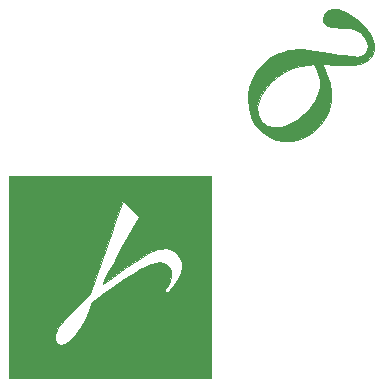
<source format=gbo>
G04 #@! TF.GenerationSoftware,KiCad,Pcbnew,(5.1.9)-1*
G04 #@! TF.CreationDate,2021-03-26T23:54:28-07:00*
G04 #@! TF.ProjectId,mole-diamond-keychain-alt_rotated,6d6f6c65-2d64-4696-916d-6f6e642d6b65,A*
G04 #@! TF.SameCoordinates,PX6d9f5PYfff9260b*
G04 #@! TF.FileFunction,Legend,Bot*
G04 #@! TF.FilePolarity,Positive*
%FSLAX46Y46*%
G04 Gerber Fmt 4.6, Leading zero omitted, Abs format (unit mm)*
G04 Created by KiCad (PCBNEW (5.1.9)-1) date 2021-03-26 23:54:28*
%MOMM*%
%LPD*%
G01*
G04 APERTURE LIST*
%ADD10C,0.010000*%
%ADD11C,5.702000*%
G04 APERTURE END LIST*
D10*
G36*
X8980556Y17541434D02*
G01*
X419483Y17541119D01*
X419482Y8979942D01*
X419483Y418764D01*
X8980556Y419078D01*
X17541629Y419392D01*
X17541629Y4288636D01*
X13998504Y7831762D01*
X13824176Y7675720D01*
X13711901Y7635715D01*
X13627153Y7686288D01*
X13578565Y7788479D01*
X13627741Y7935188D01*
X13754749Y8124630D01*
X14033575Y8594573D01*
X14152892Y9029879D01*
X14112754Y9424126D01*
X13913212Y9770891D01*
X13740045Y9935466D01*
X13463015Y10105188D01*
X13160691Y10178655D01*
X12810872Y10152477D01*
X12391357Y10023266D01*
X11879945Y9787633D01*
X11526743Y9597670D01*
X11170876Y9387626D01*
X10708868Y9097990D01*
X10171306Y8749069D01*
X9588776Y8361172D01*
X8991865Y7954601D01*
X8411157Y7549665D01*
X8006299Y7260436D01*
X7450423Y6858418D01*
X7144023Y6087188D01*
X6817872Y5336933D01*
X6476527Y4709410D01*
X6090045Y4158662D01*
X5628489Y3638730D01*
X5406019Y3419422D01*
X5119850Y3234785D01*
X4826572Y3187727D01*
X4562014Y3263669D01*
X4362002Y3448028D01*
X4262364Y3726222D01*
X4260436Y3885681D01*
X4288288Y4097746D01*
X4342289Y4294956D01*
X4436463Y4496504D01*
X4584830Y4721588D01*
X4801413Y4989402D01*
X5100232Y5319144D01*
X5495312Y5730008D01*
X5926789Y6166922D01*
X7269854Y7517933D01*
X8356719Y10621855D01*
X8611987Y11350145D01*
X8861780Y12061477D01*
X9097738Y12732142D01*
X9311501Y13338428D01*
X9494709Y13856624D01*
X9639002Y14263019D01*
X9736018Y14533901D01*
X9737879Y14539046D01*
X10032174Y15352315D01*
X11378031Y14006458D01*
X9918400Y11365106D01*
X9575803Y10743742D01*
X9255909Y10160886D01*
X8968852Y9635202D01*
X8724761Y9185352D01*
X8533769Y8830000D01*
X8406008Y8587808D01*
X8354177Y8483682D01*
X8330795Y8409763D01*
X8354157Y8385032D01*
X8439841Y8418838D01*
X8603429Y8520533D01*
X8860497Y8699464D01*
X9226625Y8964984D01*
X9539270Y9194923D01*
X10251349Y9708039D01*
X10924638Y10169643D01*
X11540926Y10568360D01*
X12081999Y10892812D01*
X12529645Y11131622D01*
X12865651Y11273417D01*
X12868049Y11274197D01*
X13250243Y11352091D01*
X13655809Y11361322D01*
X14020041Y11304758D01*
X14239239Y11213390D01*
X14418260Y11101707D01*
X14526269Y11038412D01*
X14659892Y10906723D01*
X14812778Y10672949D01*
X14952347Y10396204D01*
X15046014Y10135607D01*
X15060259Y10069608D01*
X15051827Y9694531D01*
X14927263Y9250334D01*
X14703474Y8772655D01*
X14397367Y8297130D01*
X14025853Y7859397D01*
X13998504Y7831762D01*
X17541629Y4288636D01*
X17541629Y17541748D01*
X8980556Y17541434D01*
G37*
X8980556Y17541434D02*
X419483Y17541119D01*
X419482Y8979942D01*
X419483Y418764D01*
X8980556Y419078D01*
X17541629Y419392D01*
X17541629Y4288636D01*
X13998504Y7831762D01*
X13824176Y7675720D01*
X13711901Y7635715D01*
X13627153Y7686288D01*
X13578565Y7788479D01*
X13627741Y7935188D01*
X13754749Y8124630D01*
X14033575Y8594573D01*
X14152892Y9029879D01*
X14112754Y9424126D01*
X13913212Y9770891D01*
X13740045Y9935466D01*
X13463015Y10105188D01*
X13160691Y10178655D01*
X12810872Y10152477D01*
X12391357Y10023266D01*
X11879945Y9787633D01*
X11526743Y9597670D01*
X11170876Y9387626D01*
X10708868Y9097990D01*
X10171306Y8749069D01*
X9588776Y8361172D01*
X8991865Y7954601D01*
X8411157Y7549665D01*
X8006299Y7260436D01*
X7450423Y6858418D01*
X7144023Y6087188D01*
X6817872Y5336933D01*
X6476527Y4709410D01*
X6090045Y4158662D01*
X5628489Y3638730D01*
X5406019Y3419422D01*
X5119850Y3234785D01*
X4826572Y3187727D01*
X4562014Y3263669D01*
X4362002Y3448028D01*
X4262364Y3726222D01*
X4260436Y3885681D01*
X4288288Y4097746D01*
X4342289Y4294956D01*
X4436463Y4496504D01*
X4584830Y4721588D01*
X4801413Y4989402D01*
X5100232Y5319144D01*
X5495312Y5730008D01*
X5926789Y6166922D01*
X7269854Y7517933D01*
X8356719Y10621855D01*
X8611987Y11350145D01*
X8861780Y12061477D01*
X9097738Y12732142D01*
X9311501Y13338428D01*
X9494709Y13856624D01*
X9639002Y14263019D01*
X9736018Y14533901D01*
X9737879Y14539046D01*
X10032174Y15352315D01*
X11378031Y14006458D01*
X9918400Y11365106D01*
X9575803Y10743742D01*
X9255909Y10160886D01*
X8968852Y9635202D01*
X8724761Y9185352D01*
X8533769Y8830000D01*
X8406008Y8587808D01*
X8354177Y8483682D01*
X8330795Y8409763D01*
X8354157Y8385032D01*
X8439841Y8418838D01*
X8603429Y8520533D01*
X8860497Y8699464D01*
X9226625Y8964984D01*
X9539270Y9194923D01*
X10251349Y9708039D01*
X10924638Y10169643D01*
X11540926Y10568360D01*
X12081999Y10892812D01*
X12529645Y11131622D01*
X12865651Y11273417D01*
X12868049Y11274197D01*
X13250243Y11352091D01*
X13655809Y11361322D01*
X14020041Y11304758D01*
X14239239Y11213390D01*
X14418260Y11101707D01*
X14526269Y11038412D01*
X14659892Y10906723D01*
X14812778Y10672949D01*
X14952347Y10396204D01*
X15046014Y10135607D01*
X15060259Y10069608D01*
X15051827Y9694531D01*
X14927263Y9250334D01*
X14703474Y8772655D01*
X14397367Y8297130D01*
X14025853Y7859397D01*
X13998504Y7831762D01*
X17541629Y4288636D01*
X17541629Y17541748D01*
X8980556Y17541434D01*
G36*
X29911913Y30713397D02*
G01*
X29737738Y30852014D01*
X29227318Y31197695D01*
X28720789Y31457265D01*
X28251934Y31616490D01*
X27854535Y31661131D01*
X27822699Y31658980D01*
X27500123Y31566777D01*
X27236687Y31373772D01*
X27051751Y31116069D01*
X26964680Y30829776D01*
X26994831Y30550998D01*
X27121888Y30352050D01*
X27257179Y30240027D01*
X27423253Y30160679D01*
X27651924Y30107571D01*
X27975012Y30074270D01*
X28424332Y30054337D01*
X28618811Y30049295D01*
X29189091Y30015656D01*
X29626942Y29935328D01*
X29966037Y29794536D01*
X30240049Y29579507D01*
X30472808Y29290919D01*
X30698377Y28860596D01*
X30774894Y28465065D01*
X30709561Y28123028D01*
X30509577Y27853186D01*
X30182144Y27674240D01*
X29825035Y27608540D01*
X29622910Y27614949D01*
X29288674Y27647489D01*
X28856785Y27701859D01*
X28361709Y27773757D01*
X27887607Y27850403D01*
X27021995Y27993151D01*
X26298879Y28101038D01*
X25695118Y28174394D01*
X25187574Y28213555D01*
X24753106Y28218853D01*
X24368575Y28190620D01*
X24010842Y28129191D01*
X23656765Y28034897D01*
X23305931Y27916355D01*
X22583960Y27567357D01*
X21954119Y27087927D01*
X21430030Y26497670D01*
X21025317Y25816188D01*
X20753599Y25063085D01*
X20628502Y24257964D01*
X20621758Y24053720D01*
X20685605Y23226499D01*
X20890780Y22487376D01*
X21234766Y21841067D01*
X21715045Y21292289D01*
X22329100Y20845759D01*
X22335924Y20841817D01*
X22982220Y20560821D01*
X23655525Y20434293D01*
X24336634Y20453797D01*
X25006340Y20610896D01*
X25645438Y20897155D01*
X26234721Y21304135D01*
X26493147Y21562065D01*
X25350885Y22704328D01*
X24773096Y22240660D01*
X24151807Y21885111D01*
X23933477Y21793347D01*
X23513644Y21677279D01*
X23069414Y21626249D01*
X22653983Y21640974D01*
X22320547Y21722171D01*
X22226764Y21770374D01*
X22050116Y21880727D01*
X21943966Y21943666D01*
X21812143Y22070851D01*
X21660663Y22291262D01*
X21531344Y22540347D01*
X21493222Y22639419D01*
X21452963Y22859148D01*
X21436276Y23159896D01*
X21439560Y23326964D01*
X21540796Y23842044D01*
X21779988Y24385133D01*
X22135220Y24928450D01*
X22584569Y25444212D01*
X23106115Y25904637D01*
X23677938Y26281942D01*
X23836826Y26365324D01*
X24452051Y26633450D01*
X25050677Y26807066D01*
X25722223Y26912022D01*
X25734657Y26913348D01*
X26188850Y26961507D01*
X26375829Y26613531D01*
X26580018Y26142395D01*
X26709160Y25652251D01*
X26748530Y25205876D01*
X26738040Y25069075D01*
X26578749Y24458491D01*
X26278160Y23841801D01*
X25860722Y23247561D01*
X25350885Y22704328D01*
X26493147Y21562065D01*
X26754985Y21823402D01*
X27187023Y22446518D01*
X27490759Y23106162D01*
X27663580Y23828340D01*
X27679437Y24595717D01*
X27539884Y25393944D01*
X27246477Y26208672D01*
X27127932Y26455648D01*
X26870245Y26962819D01*
X28287744Y26916745D01*
X28792394Y26907029D01*
X29266802Y26910079D01*
X29672540Y26924753D01*
X29971176Y26949912D01*
X30084813Y26970047D01*
X30585371Y27167769D01*
X30952944Y27454063D01*
X31188837Y27814350D01*
X31294353Y28234049D01*
X31270797Y28698580D01*
X31119471Y29193360D01*
X30841679Y29703810D01*
X30438726Y30215349D01*
X29911913Y30713397D01*
G37*
X29911913Y30713397D02*
X29737738Y30852014D01*
X29227318Y31197695D01*
X28720789Y31457265D01*
X28251934Y31616490D01*
X27854535Y31661131D01*
X27822699Y31658980D01*
X27500123Y31566777D01*
X27236687Y31373772D01*
X27051751Y31116069D01*
X26964680Y30829776D01*
X26994831Y30550998D01*
X27121888Y30352050D01*
X27257179Y30240027D01*
X27423253Y30160679D01*
X27651924Y30107571D01*
X27975012Y30074270D01*
X28424332Y30054337D01*
X28618811Y30049295D01*
X29189091Y30015656D01*
X29626942Y29935328D01*
X29966037Y29794536D01*
X30240049Y29579507D01*
X30472808Y29290919D01*
X30698377Y28860596D01*
X30774894Y28465065D01*
X30709561Y28123028D01*
X30509577Y27853186D01*
X30182144Y27674240D01*
X29825035Y27608540D01*
X29622910Y27614949D01*
X29288674Y27647489D01*
X28856785Y27701859D01*
X28361709Y27773757D01*
X27887607Y27850403D01*
X27021995Y27993151D01*
X26298879Y28101038D01*
X25695118Y28174394D01*
X25187574Y28213555D01*
X24753106Y28218853D01*
X24368575Y28190620D01*
X24010842Y28129191D01*
X23656765Y28034897D01*
X23305931Y27916355D01*
X22583960Y27567357D01*
X21954119Y27087927D01*
X21430030Y26497670D01*
X21025317Y25816188D01*
X20753599Y25063085D01*
X20628502Y24257964D01*
X20621758Y24053720D01*
X20685605Y23226499D01*
X20890780Y22487376D01*
X21234766Y21841067D01*
X21715045Y21292289D01*
X22329100Y20845759D01*
X22335924Y20841817D01*
X22982220Y20560821D01*
X23655525Y20434293D01*
X24336634Y20453797D01*
X25006340Y20610896D01*
X25645438Y20897155D01*
X26234721Y21304135D01*
X26493147Y21562065D01*
X25350885Y22704328D01*
X24773096Y22240660D01*
X24151807Y21885111D01*
X23933477Y21793347D01*
X23513644Y21677279D01*
X23069414Y21626249D01*
X22653983Y21640974D01*
X22320547Y21722171D01*
X22226764Y21770374D01*
X22050116Y21880727D01*
X21943966Y21943666D01*
X21812143Y22070851D01*
X21660663Y22291262D01*
X21531344Y22540347D01*
X21493222Y22639419D01*
X21452963Y22859148D01*
X21436276Y23159896D01*
X21439560Y23326964D01*
X21540796Y23842044D01*
X21779988Y24385133D01*
X22135220Y24928450D01*
X22584569Y25444212D01*
X23106115Y25904637D01*
X23677938Y26281942D01*
X23836826Y26365324D01*
X24452051Y26633450D01*
X25050677Y26807066D01*
X25722223Y26912022D01*
X25734657Y26913348D01*
X26188850Y26961507D01*
X26375829Y26613531D01*
X26580018Y26142395D01*
X26709160Y25652251D01*
X26748530Y25205876D01*
X26738040Y25069075D01*
X26578749Y24458491D01*
X26278160Y23841801D01*
X25860722Y23247561D01*
X25350885Y22704328D01*
X26493147Y21562065D01*
X26754985Y21823402D01*
X27187023Y22446518D01*
X27490759Y23106162D01*
X27663580Y23828340D01*
X27679437Y24595717D01*
X27539884Y25393944D01*
X27246477Y26208672D01*
X27127932Y26455648D01*
X26870245Y26962819D01*
X28287744Y26916745D01*
X28792394Y26907029D01*
X29266802Y26910079D01*
X29672540Y26924753D01*
X29971176Y26949912D01*
X30084813Y26970047D01*
X30585371Y27167769D01*
X30952944Y27454063D01*
X31188837Y27814350D01*
X31294353Y28234049D01*
X31270797Y28698580D01*
X31119471Y29193360D01*
X30841679Y29703810D01*
X30438726Y30215349D01*
X29911913Y30713397D01*
%LPC*%
G36*
X8980346Y34603816D02*
G01*
X419065Y34603815D01*
X419378Y26072468D01*
X419690Y17541120D01*
X8980660Y17541433D01*
X17541628Y17541747D01*
X17541628Y34603815D01*
X8980346Y34603816D01*
G37*
X8980346Y34603816D02*
X419065Y34603815D01*
X419378Y26072468D01*
X419690Y17541120D01*
X8980660Y17541433D01*
X17541628Y17541747D01*
X17541628Y34603815D01*
X8980346Y34603816D01*
G36*
X31648624Y11038412D02*
G01*
X31515357Y11117105D01*
X31361594Y11213389D01*
X31077625Y11320827D01*
X30700245Y11364777D01*
X30294159Y11342373D01*
X29990403Y11274197D01*
X29655457Y11133303D01*
X29208710Y10895293D01*
X28668376Y10571542D01*
X28052669Y10173428D01*
X27379800Y9712325D01*
X26667981Y9199611D01*
X26661624Y9194923D01*
X26214067Y8866432D01*
X25885962Y8630766D01*
X25661734Y8478576D01*
X25525802Y8400512D01*
X25462586Y8387224D01*
X25456510Y8429363D01*
X25476533Y8483681D01*
X25541052Y8612260D01*
X25677615Y8870233D01*
X25876090Y9238939D01*
X26126345Y9699714D01*
X26418248Y10233893D01*
X26741670Y10822816D01*
X27040755Y11365106D01*
X28500386Y14006459D01*
X27154529Y15352316D01*
X26860234Y14539046D01*
X26764591Y14272099D01*
X26621450Y13869007D01*
X26439171Y13353482D01*
X26226113Y12749236D01*
X25990637Y12079978D01*
X25741105Y11369422D01*
X25485875Y10641276D01*
X25479074Y10621855D01*
X24392210Y7517933D01*
X23049144Y6166922D01*
X22559219Y5670152D01*
X22177715Y5271153D01*
X21890611Y4950731D01*
X21683884Y4689689D01*
X21543512Y4468832D01*
X21455474Y4268962D01*
X21405748Y4070887D01*
X21382792Y3885680D01*
X21420742Y3553355D01*
X21589221Y3321342D01*
X21872844Y3206738D01*
X22001927Y3197515D01*
X22321931Y3270018D01*
X22528375Y3419423D01*
X23030212Y3940096D01*
X23444450Y4472365D01*
X23801030Y5062185D01*
X24129894Y5755516D01*
X24266377Y6087188D01*
X24572778Y6858418D01*
X25128654Y7260435D01*
X25677307Y7650905D01*
X26265007Y8058174D01*
X26861170Y8461937D01*
X27435208Y8841888D01*
X27956534Y9177719D01*
X28394562Y9449126D01*
X28649098Y9597671D01*
X29225029Y9897573D01*
X29695985Y10089058D01*
X30084169Y10175514D01*
X30411781Y10160329D01*
X30701023Y10046893D01*
X30862400Y9935466D01*
X31147629Y9616884D01*
X31273482Y9247370D01*
X31239907Y8833343D01*
X31046852Y8381225D01*
X30877104Y8124631D01*
X30735799Y7908300D01*
X30702308Y7771019D01*
X30749508Y7686288D01*
X30842622Y7635014D01*
X30958579Y7684417D01*
X31120859Y7831761D01*
X31496226Y8265611D01*
X31807340Y8739688D01*
X32037293Y9218354D01*
X32169175Y9665974D01*
X32186081Y10046909D01*
X32182614Y10069608D01*
X32109003Y10313896D01*
X31979747Y10592008D01*
X31827428Y10844828D01*
X31684630Y11013242D01*
X31648624Y11038412D01*
G37*
X31648624Y11038412D02*
X31515357Y11117105D01*
X31361594Y11213389D01*
X31077625Y11320827D01*
X30700245Y11364777D01*
X30294159Y11342373D01*
X29990403Y11274197D01*
X29655457Y11133303D01*
X29208710Y10895293D01*
X28668376Y10571542D01*
X28052669Y10173428D01*
X27379800Y9712325D01*
X26667981Y9199611D01*
X26661624Y9194923D01*
X26214067Y8866432D01*
X25885962Y8630766D01*
X25661734Y8478576D01*
X25525802Y8400512D01*
X25462586Y8387224D01*
X25456510Y8429363D01*
X25476533Y8483681D01*
X25541052Y8612260D01*
X25677615Y8870233D01*
X25876090Y9238939D01*
X26126345Y9699714D01*
X26418248Y10233893D01*
X26741670Y10822816D01*
X27040755Y11365106D01*
X28500386Y14006459D01*
X27154529Y15352316D01*
X26860234Y14539046D01*
X26764591Y14272099D01*
X26621450Y13869007D01*
X26439171Y13353482D01*
X26226113Y12749236D01*
X25990637Y12079978D01*
X25741105Y11369422D01*
X25485875Y10641276D01*
X25479074Y10621855D01*
X24392210Y7517933D01*
X23049144Y6166922D01*
X22559219Y5670152D01*
X22177715Y5271153D01*
X21890611Y4950731D01*
X21683884Y4689689D01*
X21543512Y4468832D01*
X21455474Y4268962D01*
X21405748Y4070887D01*
X21382792Y3885680D01*
X21420742Y3553355D01*
X21589221Y3321342D01*
X21872844Y3206738D01*
X22001927Y3197515D01*
X22321931Y3270018D01*
X22528375Y3419423D01*
X23030212Y3940096D01*
X23444450Y4472365D01*
X23801030Y5062185D01*
X24129894Y5755516D01*
X24266377Y6087188D01*
X24572778Y6858418D01*
X25128654Y7260435D01*
X25677307Y7650905D01*
X26265007Y8058174D01*
X26861170Y8461937D01*
X27435208Y8841888D01*
X27956534Y9177719D01*
X28394562Y9449126D01*
X28649098Y9597671D01*
X29225029Y9897573D01*
X29695985Y10089058D01*
X30084169Y10175514D01*
X30411781Y10160329D01*
X30701023Y10046893D01*
X30862400Y9935466D01*
X31147629Y9616884D01*
X31273482Y9247370D01*
X31239907Y8833343D01*
X31046852Y8381225D01*
X30877104Y8124631D01*
X30735799Y7908300D01*
X30702308Y7771019D01*
X30749508Y7686288D01*
X30842622Y7635014D01*
X30958579Y7684417D01*
X31120859Y7831761D01*
X31496226Y8265611D01*
X31807340Y8739688D01*
X32037293Y9218354D01*
X32169175Y9665974D01*
X32186081Y10046909D01*
X32182614Y10069608D01*
X32109003Y10313896D01*
X31979747Y10592008D01*
X31827428Y10844828D01*
X31684630Y11013242D01*
X31648624Y11038412D01*
D11*
X37268063Y37268070D03*
M02*

</source>
